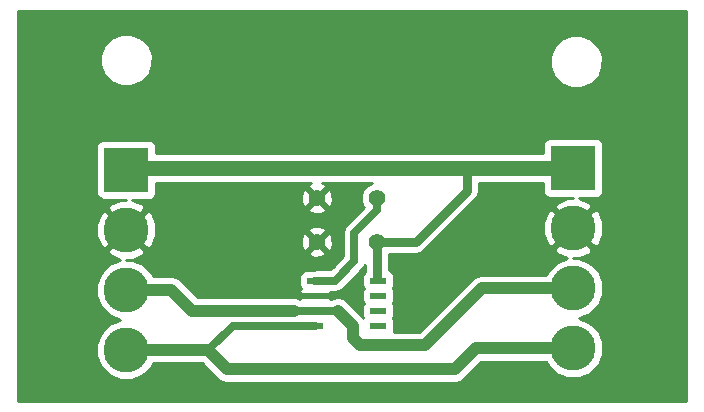
<source format=gtl>
G04 (created by PCBNEW (2012-nov-02)-testing) date Wed 06 Feb 2013 11:23:47 PM EST*
%MOIN*%
G04 Gerber Fmt 3.4, Leading zero omitted, Abs format*
%FSLAX34Y34*%
G01*
G70*
G90*
G04 APERTURE LIST*
%ADD10C,2.3622e-06*%
%ADD11C,0.055*%
%ADD12R,0.0551X0.0236*%
%ADD13C,0.15*%
%ADD14R,0.15X0.15*%
%ADD15C,0.025*%
%ADD16C,0.04*%
%ADD17C,0.03*%
%ADD18C,0.05*%
%ADD19C,0.01*%
G04 APERTURE END LIST*
G54D10*
G54D11*
X83200Y-69500D03*
X81200Y-69500D03*
X83200Y-68050D03*
X81200Y-68050D03*
G54D12*
X83250Y-70800D03*
X81150Y-70800D03*
X83250Y-71300D03*
X83250Y-71800D03*
X83250Y-72300D03*
X81150Y-71300D03*
X81150Y-71800D03*
X81150Y-72300D03*
G54D13*
X74850Y-69100D03*
X74850Y-71100D03*
G54D14*
X74850Y-67100D03*
G54D13*
X74850Y-73100D03*
X89750Y-69050D03*
X89750Y-71050D03*
G54D14*
X89750Y-67050D03*
G54D13*
X89750Y-73050D03*
G54D15*
X83200Y-68050D02*
X83200Y-68450D01*
X81800Y-70800D02*
X81150Y-70800D01*
X82450Y-70150D02*
X81800Y-70800D01*
X82450Y-69200D02*
X82450Y-70150D01*
X83200Y-68450D02*
X82450Y-69200D01*
G54D16*
X77050Y-71800D02*
X80450Y-71800D01*
G54D15*
X81150Y-71800D02*
X81900Y-71800D01*
G54D16*
X86700Y-71050D02*
X89750Y-71050D01*
X84800Y-72950D02*
X86700Y-71050D01*
X82650Y-72950D02*
X84800Y-72950D01*
X82400Y-72700D02*
X82650Y-72950D01*
X82400Y-72300D02*
X82400Y-72700D01*
X81900Y-71800D02*
X82400Y-72300D01*
X74850Y-71100D02*
X76350Y-71100D01*
G54D15*
X80450Y-71800D02*
X81150Y-71800D01*
G54D16*
X76350Y-71100D02*
X77050Y-71800D01*
G54D15*
X81150Y-72300D02*
X78400Y-72300D01*
X78400Y-72300D02*
X77575Y-73125D01*
G54D16*
X89750Y-73050D02*
X86500Y-73050D01*
X78200Y-73750D02*
X77575Y-73125D01*
X85800Y-73750D02*
X78200Y-73750D01*
X86500Y-73050D02*
X85800Y-73750D01*
G54D17*
X77575Y-73125D02*
X77550Y-73100D01*
G54D16*
X77550Y-73100D02*
X74850Y-73100D01*
G54D17*
X83200Y-69500D02*
X84500Y-69500D01*
X86200Y-67800D02*
X86200Y-67050D01*
X84500Y-69500D02*
X86200Y-67800D01*
G54D18*
X74850Y-67050D02*
X80100Y-67050D01*
G54D17*
X80100Y-67050D02*
X80150Y-67050D01*
G54D18*
X80150Y-67050D02*
X86200Y-67050D01*
X86200Y-67050D02*
X89750Y-67050D01*
G54D17*
X83200Y-69500D02*
X83200Y-70750D01*
G54D19*
X83200Y-70750D02*
X83250Y-70800D01*
G54D10*
G36*
X93500Y-74800D02*
X90751Y-74800D01*
X90751Y-69239D01*
X90748Y-68841D01*
X90603Y-68491D01*
X90461Y-68409D01*
X89820Y-69050D01*
X90461Y-69690D01*
X90603Y-69608D01*
X90751Y-69239D01*
X90751Y-74800D01*
X90750Y-74800D01*
X90750Y-72851D01*
X90598Y-72484D01*
X90317Y-72202D01*
X89949Y-72050D01*
X89948Y-72050D01*
X90315Y-71898D01*
X90597Y-71617D01*
X90749Y-71249D01*
X90750Y-70851D01*
X90598Y-70484D01*
X90317Y-70202D01*
X89949Y-70050D01*
X89754Y-70050D01*
X89958Y-70048D01*
X90308Y-69903D01*
X90390Y-69761D01*
X89750Y-69120D01*
X89679Y-69191D01*
X89679Y-69050D01*
X89038Y-68409D01*
X88896Y-68491D01*
X88748Y-68860D01*
X88751Y-69258D01*
X88896Y-69608D01*
X89038Y-69690D01*
X89679Y-69050D01*
X89679Y-69191D01*
X89109Y-69761D01*
X89191Y-69903D01*
X89555Y-70049D01*
X89551Y-70049D01*
X89184Y-70201D01*
X88902Y-70482D01*
X88854Y-70600D01*
X86700Y-70600D01*
X86556Y-70628D01*
X86527Y-70634D01*
X86381Y-70731D01*
X84613Y-72500D01*
X83762Y-72500D01*
X83775Y-72467D01*
X83775Y-72368D01*
X83775Y-72132D01*
X83741Y-72049D01*
X83775Y-71967D01*
X83775Y-71868D01*
X83775Y-71632D01*
X83741Y-71549D01*
X83775Y-71467D01*
X83775Y-71368D01*
X83775Y-71132D01*
X83741Y-71049D01*
X83775Y-70967D01*
X83775Y-70868D01*
X83775Y-70632D01*
X83737Y-70540D01*
X83667Y-70470D01*
X83600Y-70442D01*
X83600Y-69900D01*
X84500Y-69900D01*
X84500Y-69899D01*
X84627Y-69874D01*
X84653Y-69869D01*
X84653Y-69869D01*
X84782Y-69782D01*
X86482Y-68082D01*
X86482Y-68082D01*
X86569Y-67953D01*
X86569Y-67953D01*
X86574Y-67927D01*
X86599Y-67800D01*
X86600Y-67800D01*
X86600Y-67550D01*
X88749Y-67550D01*
X88749Y-67849D01*
X88787Y-67941D01*
X88858Y-68011D01*
X88950Y-68049D01*
X89049Y-68050D01*
X89740Y-68050D01*
X89541Y-68051D01*
X89191Y-68196D01*
X89109Y-68338D01*
X89750Y-68979D01*
X90390Y-68338D01*
X90308Y-68196D01*
X89943Y-68050D01*
X90549Y-68050D01*
X90641Y-68012D01*
X90711Y-67941D01*
X90749Y-67849D01*
X90750Y-67750D01*
X90750Y-66250D01*
X90725Y-66190D01*
X90725Y-63326D01*
X90592Y-63005D01*
X90346Y-62758D01*
X90024Y-62625D01*
X89676Y-62624D01*
X89355Y-62757D01*
X89108Y-63003D01*
X88975Y-63325D01*
X88974Y-63673D01*
X89107Y-63995D01*
X89353Y-64241D01*
X89675Y-64374D01*
X90023Y-64375D01*
X90345Y-64242D01*
X90591Y-63996D01*
X90724Y-63674D01*
X90725Y-63326D01*
X90725Y-66190D01*
X90712Y-66158D01*
X90641Y-66088D01*
X90549Y-66050D01*
X90450Y-66049D01*
X88950Y-66049D01*
X88858Y-66087D01*
X88788Y-66158D01*
X88750Y-66250D01*
X88749Y-66349D01*
X88749Y-66550D01*
X86200Y-66550D01*
X80150Y-66550D01*
X80125Y-66554D01*
X80100Y-66550D01*
X75850Y-66550D01*
X75850Y-66300D01*
X75812Y-66208D01*
X75741Y-66138D01*
X75725Y-66131D01*
X75725Y-63276D01*
X75592Y-62955D01*
X75346Y-62708D01*
X75024Y-62575D01*
X74676Y-62574D01*
X74355Y-62707D01*
X74108Y-62953D01*
X73975Y-63275D01*
X73974Y-63623D01*
X74107Y-63945D01*
X74353Y-64191D01*
X74675Y-64324D01*
X75023Y-64325D01*
X75345Y-64192D01*
X75591Y-63946D01*
X75724Y-63624D01*
X75725Y-63276D01*
X75725Y-66131D01*
X75649Y-66100D01*
X75550Y-66099D01*
X74050Y-66099D01*
X73958Y-66137D01*
X73888Y-66208D01*
X73850Y-66300D01*
X73849Y-66399D01*
X73849Y-67899D01*
X73887Y-67991D01*
X73958Y-68061D01*
X74050Y-68099D01*
X74149Y-68100D01*
X74840Y-68100D01*
X74641Y-68101D01*
X74291Y-68246D01*
X74209Y-68388D01*
X74850Y-69029D01*
X75490Y-68388D01*
X75408Y-68246D01*
X75043Y-68100D01*
X75649Y-68100D01*
X75741Y-68062D01*
X75811Y-67991D01*
X75849Y-67899D01*
X75850Y-67800D01*
X75850Y-67550D01*
X80100Y-67550D01*
X80125Y-67545D01*
X80150Y-67550D01*
X81022Y-67550D01*
X80927Y-67589D01*
X80902Y-67682D01*
X81200Y-67979D01*
X81497Y-67682D01*
X81472Y-67589D01*
X81360Y-67550D01*
X83035Y-67550D01*
X82903Y-67604D01*
X82755Y-67752D01*
X82675Y-67945D01*
X82674Y-68153D01*
X82754Y-68347D01*
X82763Y-68356D01*
X82184Y-68934D01*
X82103Y-69056D01*
X82075Y-69200D01*
X82075Y-69994D01*
X81729Y-70339D01*
X81729Y-69575D01*
X81729Y-68125D01*
X81718Y-67917D01*
X81660Y-67777D01*
X81567Y-67752D01*
X81270Y-68050D01*
X81567Y-68347D01*
X81660Y-68322D01*
X81729Y-68125D01*
X81729Y-69575D01*
X81718Y-69367D01*
X81660Y-69227D01*
X81567Y-69202D01*
X81497Y-69273D01*
X81497Y-69132D01*
X81497Y-68417D01*
X81200Y-68120D01*
X81129Y-68191D01*
X81129Y-68050D01*
X80832Y-67752D01*
X80739Y-67777D01*
X80670Y-67974D01*
X80681Y-68182D01*
X80739Y-68322D01*
X80832Y-68347D01*
X81129Y-68050D01*
X81129Y-68191D01*
X80902Y-68417D01*
X80927Y-68510D01*
X81124Y-68579D01*
X81332Y-68568D01*
X81472Y-68510D01*
X81497Y-68417D01*
X81497Y-69132D01*
X81472Y-69039D01*
X81275Y-68970D01*
X81067Y-68981D01*
X80927Y-69039D01*
X80902Y-69132D01*
X81200Y-69429D01*
X81497Y-69132D01*
X81497Y-69273D01*
X81270Y-69500D01*
X81567Y-69797D01*
X81660Y-69772D01*
X81729Y-69575D01*
X81729Y-70339D01*
X81644Y-70425D01*
X81497Y-70425D01*
X81497Y-69867D01*
X81200Y-69570D01*
X81129Y-69641D01*
X81129Y-69500D01*
X80832Y-69202D01*
X80739Y-69227D01*
X80670Y-69424D01*
X80681Y-69632D01*
X80739Y-69772D01*
X80832Y-69797D01*
X81129Y-69500D01*
X81129Y-69641D01*
X80902Y-69867D01*
X80927Y-69960D01*
X81124Y-70029D01*
X81332Y-70018D01*
X81472Y-69960D01*
X81497Y-69867D01*
X81497Y-70425D01*
X81150Y-70425D01*
X81115Y-70431D01*
X80824Y-70431D01*
X80733Y-70469D01*
X80662Y-70540D01*
X80624Y-70632D01*
X80624Y-70731D01*
X80624Y-70967D01*
X80658Y-71050D01*
X80624Y-71132D01*
X80624Y-71187D01*
X80687Y-71250D01*
X81050Y-71250D01*
X81100Y-71250D01*
X81200Y-71250D01*
X81250Y-71250D01*
X81613Y-71250D01*
X81675Y-71187D01*
X81675Y-71175D01*
X81800Y-71175D01*
X81943Y-71146D01*
X82065Y-71065D01*
X82715Y-70415D01*
X82715Y-70415D01*
X82796Y-70293D01*
X82800Y-70275D01*
X82800Y-70502D01*
X82762Y-70540D01*
X82724Y-70632D01*
X82724Y-70731D01*
X82724Y-70967D01*
X82758Y-71050D01*
X82724Y-71132D01*
X82724Y-71231D01*
X82724Y-71467D01*
X82758Y-71550D01*
X82724Y-71632D01*
X82724Y-71731D01*
X82724Y-71967D01*
X82750Y-72029D01*
X82718Y-71981D01*
X82218Y-71481D01*
X82072Y-71384D01*
X81900Y-71350D01*
X81727Y-71384D01*
X81675Y-71419D01*
X81675Y-71412D01*
X81613Y-71350D01*
X81250Y-71350D01*
X81200Y-71350D01*
X81100Y-71350D01*
X81050Y-71350D01*
X80687Y-71350D01*
X80640Y-71396D01*
X80622Y-71384D01*
X80450Y-71350D01*
X77236Y-71350D01*
X76668Y-70781D01*
X76522Y-70684D01*
X76350Y-70650D01*
X75851Y-70650D01*
X75851Y-69289D01*
X75848Y-68891D01*
X75703Y-68541D01*
X75561Y-68459D01*
X74920Y-69100D01*
X75561Y-69740D01*
X75703Y-69658D01*
X75851Y-69289D01*
X75851Y-70650D01*
X75746Y-70650D01*
X75698Y-70534D01*
X75417Y-70252D01*
X75049Y-70100D01*
X74854Y-70100D01*
X75058Y-70098D01*
X75408Y-69953D01*
X75490Y-69811D01*
X74850Y-69170D01*
X74779Y-69241D01*
X74779Y-69100D01*
X74138Y-68459D01*
X73996Y-68541D01*
X73848Y-68910D01*
X73851Y-69308D01*
X73996Y-69658D01*
X74138Y-69740D01*
X74779Y-69100D01*
X74779Y-69241D01*
X74209Y-69811D01*
X74291Y-69953D01*
X74655Y-70099D01*
X74651Y-70099D01*
X74284Y-70251D01*
X74002Y-70532D01*
X73850Y-70900D01*
X73849Y-71298D01*
X74001Y-71665D01*
X74282Y-71947D01*
X74650Y-72099D01*
X74651Y-72099D01*
X74284Y-72251D01*
X74002Y-72532D01*
X73850Y-72900D01*
X73849Y-73298D01*
X74001Y-73665D01*
X74282Y-73947D01*
X74650Y-74099D01*
X75048Y-74100D01*
X75415Y-73948D01*
X75697Y-73667D01*
X75745Y-73550D01*
X77363Y-73550D01*
X77881Y-74068D01*
X78027Y-74165D01*
X78200Y-74200D01*
X85800Y-74200D01*
X85972Y-74165D01*
X86118Y-74068D01*
X86686Y-73500D01*
X88853Y-73500D01*
X88901Y-73615D01*
X89182Y-73897D01*
X89550Y-74049D01*
X89948Y-74050D01*
X90315Y-73898D01*
X90597Y-73617D01*
X90749Y-73249D01*
X90750Y-72851D01*
X90750Y-74800D01*
X71250Y-74800D01*
X71250Y-61800D01*
X93500Y-61800D01*
X93500Y-74800D01*
X93500Y-74800D01*
G37*
G54D19*
X93500Y-74800D02*
X90751Y-74800D01*
X90751Y-69239D01*
X90748Y-68841D01*
X90603Y-68491D01*
X90461Y-68409D01*
X89820Y-69050D01*
X90461Y-69690D01*
X90603Y-69608D01*
X90751Y-69239D01*
X90751Y-74800D01*
X90750Y-74800D01*
X90750Y-72851D01*
X90598Y-72484D01*
X90317Y-72202D01*
X89949Y-72050D01*
X89948Y-72050D01*
X90315Y-71898D01*
X90597Y-71617D01*
X90749Y-71249D01*
X90750Y-70851D01*
X90598Y-70484D01*
X90317Y-70202D01*
X89949Y-70050D01*
X89754Y-70050D01*
X89958Y-70048D01*
X90308Y-69903D01*
X90390Y-69761D01*
X89750Y-69120D01*
X89679Y-69191D01*
X89679Y-69050D01*
X89038Y-68409D01*
X88896Y-68491D01*
X88748Y-68860D01*
X88751Y-69258D01*
X88896Y-69608D01*
X89038Y-69690D01*
X89679Y-69050D01*
X89679Y-69191D01*
X89109Y-69761D01*
X89191Y-69903D01*
X89555Y-70049D01*
X89551Y-70049D01*
X89184Y-70201D01*
X88902Y-70482D01*
X88854Y-70600D01*
X86700Y-70600D01*
X86556Y-70628D01*
X86527Y-70634D01*
X86381Y-70731D01*
X84613Y-72500D01*
X83762Y-72500D01*
X83775Y-72467D01*
X83775Y-72368D01*
X83775Y-72132D01*
X83741Y-72049D01*
X83775Y-71967D01*
X83775Y-71868D01*
X83775Y-71632D01*
X83741Y-71549D01*
X83775Y-71467D01*
X83775Y-71368D01*
X83775Y-71132D01*
X83741Y-71049D01*
X83775Y-70967D01*
X83775Y-70868D01*
X83775Y-70632D01*
X83737Y-70540D01*
X83667Y-70470D01*
X83600Y-70442D01*
X83600Y-69900D01*
X84500Y-69900D01*
X84500Y-69899D01*
X84627Y-69874D01*
X84653Y-69869D01*
X84653Y-69869D01*
X84782Y-69782D01*
X86482Y-68082D01*
X86482Y-68082D01*
X86569Y-67953D01*
X86569Y-67953D01*
X86574Y-67927D01*
X86599Y-67800D01*
X86600Y-67800D01*
X86600Y-67550D01*
X88749Y-67550D01*
X88749Y-67849D01*
X88787Y-67941D01*
X88858Y-68011D01*
X88950Y-68049D01*
X89049Y-68050D01*
X89740Y-68050D01*
X89541Y-68051D01*
X89191Y-68196D01*
X89109Y-68338D01*
X89750Y-68979D01*
X90390Y-68338D01*
X90308Y-68196D01*
X89943Y-68050D01*
X90549Y-68050D01*
X90641Y-68012D01*
X90711Y-67941D01*
X90749Y-67849D01*
X90750Y-67750D01*
X90750Y-66250D01*
X90725Y-66190D01*
X90725Y-63326D01*
X90592Y-63005D01*
X90346Y-62758D01*
X90024Y-62625D01*
X89676Y-62624D01*
X89355Y-62757D01*
X89108Y-63003D01*
X88975Y-63325D01*
X88974Y-63673D01*
X89107Y-63995D01*
X89353Y-64241D01*
X89675Y-64374D01*
X90023Y-64375D01*
X90345Y-64242D01*
X90591Y-63996D01*
X90724Y-63674D01*
X90725Y-63326D01*
X90725Y-66190D01*
X90712Y-66158D01*
X90641Y-66088D01*
X90549Y-66050D01*
X90450Y-66049D01*
X88950Y-66049D01*
X88858Y-66087D01*
X88788Y-66158D01*
X88750Y-66250D01*
X88749Y-66349D01*
X88749Y-66550D01*
X86200Y-66550D01*
X80150Y-66550D01*
X80125Y-66554D01*
X80100Y-66550D01*
X75850Y-66550D01*
X75850Y-66300D01*
X75812Y-66208D01*
X75741Y-66138D01*
X75725Y-66131D01*
X75725Y-63276D01*
X75592Y-62955D01*
X75346Y-62708D01*
X75024Y-62575D01*
X74676Y-62574D01*
X74355Y-62707D01*
X74108Y-62953D01*
X73975Y-63275D01*
X73974Y-63623D01*
X74107Y-63945D01*
X74353Y-64191D01*
X74675Y-64324D01*
X75023Y-64325D01*
X75345Y-64192D01*
X75591Y-63946D01*
X75724Y-63624D01*
X75725Y-63276D01*
X75725Y-66131D01*
X75649Y-66100D01*
X75550Y-66099D01*
X74050Y-66099D01*
X73958Y-66137D01*
X73888Y-66208D01*
X73850Y-66300D01*
X73849Y-66399D01*
X73849Y-67899D01*
X73887Y-67991D01*
X73958Y-68061D01*
X74050Y-68099D01*
X74149Y-68100D01*
X74840Y-68100D01*
X74641Y-68101D01*
X74291Y-68246D01*
X74209Y-68388D01*
X74850Y-69029D01*
X75490Y-68388D01*
X75408Y-68246D01*
X75043Y-68100D01*
X75649Y-68100D01*
X75741Y-68062D01*
X75811Y-67991D01*
X75849Y-67899D01*
X75850Y-67800D01*
X75850Y-67550D01*
X80100Y-67550D01*
X80125Y-67545D01*
X80150Y-67550D01*
X81022Y-67550D01*
X80927Y-67589D01*
X80902Y-67682D01*
X81200Y-67979D01*
X81497Y-67682D01*
X81472Y-67589D01*
X81360Y-67550D01*
X83035Y-67550D01*
X82903Y-67604D01*
X82755Y-67752D01*
X82675Y-67945D01*
X82674Y-68153D01*
X82754Y-68347D01*
X82763Y-68356D01*
X82184Y-68934D01*
X82103Y-69056D01*
X82075Y-69200D01*
X82075Y-69994D01*
X81729Y-70339D01*
X81729Y-69575D01*
X81729Y-68125D01*
X81718Y-67917D01*
X81660Y-67777D01*
X81567Y-67752D01*
X81270Y-68050D01*
X81567Y-68347D01*
X81660Y-68322D01*
X81729Y-68125D01*
X81729Y-69575D01*
X81718Y-69367D01*
X81660Y-69227D01*
X81567Y-69202D01*
X81497Y-69273D01*
X81497Y-69132D01*
X81497Y-68417D01*
X81200Y-68120D01*
X81129Y-68191D01*
X81129Y-68050D01*
X80832Y-67752D01*
X80739Y-67777D01*
X80670Y-67974D01*
X80681Y-68182D01*
X80739Y-68322D01*
X80832Y-68347D01*
X81129Y-68050D01*
X81129Y-68191D01*
X80902Y-68417D01*
X80927Y-68510D01*
X81124Y-68579D01*
X81332Y-68568D01*
X81472Y-68510D01*
X81497Y-68417D01*
X81497Y-69132D01*
X81472Y-69039D01*
X81275Y-68970D01*
X81067Y-68981D01*
X80927Y-69039D01*
X80902Y-69132D01*
X81200Y-69429D01*
X81497Y-69132D01*
X81497Y-69273D01*
X81270Y-69500D01*
X81567Y-69797D01*
X81660Y-69772D01*
X81729Y-69575D01*
X81729Y-70339D01*
X81644Y-70425D01*
X81497Y-70425D01*
X81497Y-69867D01*
X81200Y-69570D01*
X81129Y-69641D01*
X81129Y-69500D01*
X80832Y-69202D01*
X80739Y-69227D01*
X80670Y-69424D01*
X80681Y-69632D01*
X80739Y-69772D01*
X80832Y-69797D01*
X81129Y-69500D01*
X81129Y-69641D01*
X80902Y-69867D01*
X80927Y-69960D01*
X81124Y-70029D01*
X81332Y-70018D01*
X81472Y-69960D01*
X81497Y-69867D01*
X81497Y-70425D01*
X81150Y-70425D01*
X81115Y-70431D01*
X80824Y-70431D01*
X80733Y-70469D01*
X80662Y-70540D01*
X80624Y-70632D01*
X80624Y-70731D01*
X80624Y-70967D01*
X80658Y-71050D01*
X80624Y-71132D01*
X80624Y-71187D01*
X80687Y-71250D01*
X81050Y-71250D01*
X81100Y-71250D01*
X81200Y-71250D01*
X81250Y-71250D01*
X81613Y-71250D01*
X81675Y-71187D01*
X81675Y-71175D01*
X81800Y-71175D01*
X81943Y-71146D01*
X82065Y-71065D01*
X82715Y-70415D01*
X82715Y-70415D01*
X82796Y-70293D01*
X82800Y-70275D01*
X82800Y-70502D01*
X82762Y-70540D01*
X82724Y-70632D01*
X82724Y-70731D01*
X82724Y-70967D01*
X82758Y-71050D01*
X82724Y-71132D01*
X82724Y-71231D01*
X82724Y-71467D01*
X82758Y-71550D01*
X82724Y-71632D01*
X82724Y-71731D01*
X82724Y-71967D01*
X82750Y-72029D01*
X82718Y-71981D01*
X82218Y-71481D01*
X82072Y-71384D01*
X81900Y-71350D01*
X81727Y-71384D01*
X81675Y-71419D01*
X81675Y-71412D01*
X81613Y-71350D01*
X81250Y-71350D01*
X81200Y-71350D01*
X81100Y-71350D01*
X81050Y-71350D01*
X80687Y-71350D01*
X80640Y-71396D01*
X80622Y-71384D01*
X80450Y-71350D01*
X77236Y-71350D01*
X76668Y-70781D01*
X76522Y-70684D01*
X76350Y-70650D01*
X75851Y-70650D01*
X75851Y-69289D01*
X75848Y-68891D01*
X75703Y-68541D01*
X75561Y-68459D01*
X74920Y-69100D01*
X75561Y-69740D01*
X75703Y-69658D01*
X75851Y-69289D01*
X75851Y-70650D01*
X75746Y-70650D01*
X75698Y-70534D01*
X75417Y-70252D01*
X75049Y-70100D01*
X74854Y-70100D01*
X75058Y-70098D01*
X75408Y-69953D01*
X75490Y-69811D01*
X74850Y-69170D01*
X74779Y-69241D01*
X74779Y-69100D01*
X74138Y-68459D01*
X73996Y-68541D01*
X73848Y-68910D01*
X73851Y-69308D01*
X73996Y-69658D01*
X74138Y-69740D01*
X74779Y-69100D01*
X74779Y-69241D01*
X74209Y-69811D01*
X74291Y-69953D01*
X74655Y-70099D01*
X74651Y-70099D01*
X74284Y-70251D01*
X74002Y-70532D01*
X73850Y-70900D01*
X73849Y-71298D01*
X74001Y-71665D01*
X74282Y-71947D01*
X74650Y-72099D01*
X74651Y-72099D01*
X74284Y-72251D01*
X74002Y-72532D01*
X73850Y-72900D01*
X73849Y-73298D01*
X74001Y-73665D01*
X74282Y-73947D01*
X74650Y-74099D01*
X75048Y-74100D01*
X75415Y-73948D01*
X75697Y-73667D01*
X75745Y-73550D01*
X77363Y-73550D01*
X77881Y-74068D01*
X78027Y-74165D01*
X78200Y-74200D01*
X85800Y-74200D01*
X85972Y-74165D01*
X86118Y-74068D01*
X86686Y-73500D01*
X88853Y-73500D01*
X88901Y-73615D01*
X89182Y-73897D01*
X89550Y-74049D01*
X89948Y-74050D01*
X90315Y-73898D01*
X90597Y-73617D01*
X90749Y-73249D01*
X90750Y-72851D01*
X90750Y-74800D01*
X71250Y-74800D01*
X71250Y-61800D01*
X93500Y-61800D01*
X93500Y-74800D01*
M02*

</source>
